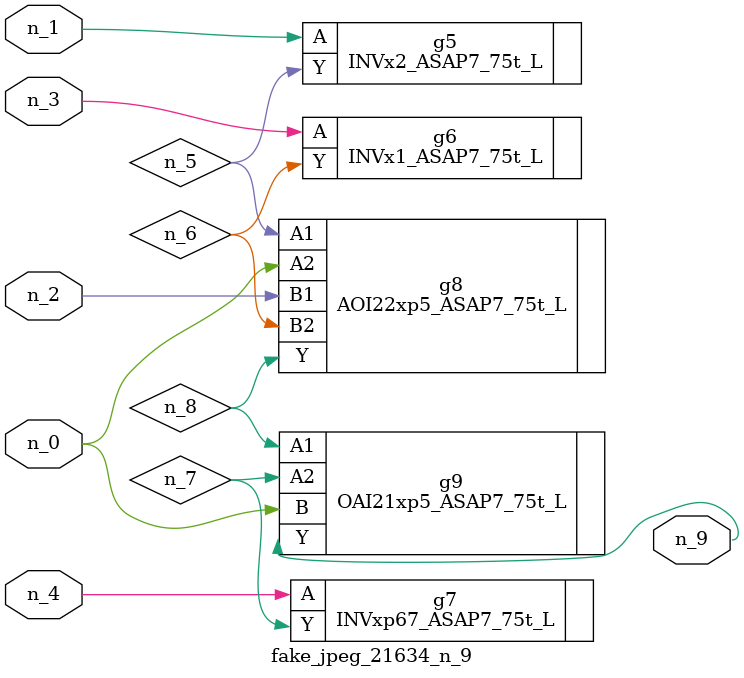
<source format=v>
module fake_jpeg_21634_n_9 (n_3, n_2, n_1, n_0, n_4, n_9);

input n_3;
input n_2;
input n_1;
input n_0;
input n_4;

output n_9;

wire n_8;
wire n_6;
wire n_5;
wire n_7;

INVx2_ASAP7_75t_L g5 ( 
.A(n_1),
.Y(n_5)
);

INVx1_ASAP7_75t_L g6 ( 
.A(n_3),
.Y(n_6)
);

INVxp67_ASAP7_75t_L g7 ( 
.A(n_4),
.Y(n_7)
);

AOI22xp5_ASAP7_75t_L g8 ( 
.A1(n_5),
.A2(n_0),
.B1(n_2),
.B2(n_6),
.Y(n_8)
);

OAI21xp5_ASAP7_75t_L g9 ( 
.A1(n_8),
.A2(n_7),
.B(n_0),
.Y(n_9)
);


endmodule
</source>
